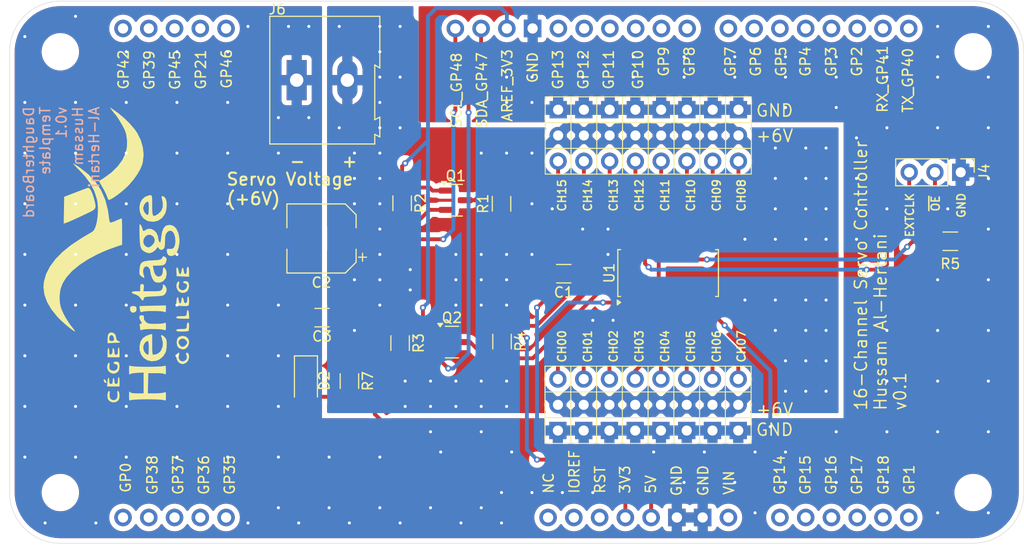
<source format=kicad_pcb>
(kicad_pcb (version 20240108) (generator "pcbnew") (generator_version "8.0")
  (layers (0 "F.Cu" signal) (31 "B.Cu" signal) (34 "B.Paste" user) (35 "F.Paste" user) (36 "B.SilkS" user "B.Silkscreen") (37 "F.SilkS" user "F.Silkscreen") (38 "B.Mask" user) (39 "F.Mask" user) (44 "Edge.Cuts" user))
  (net 0 "")
  (net 1 "+5V")
  (net 2 "GND")
  (net 3 "+6V")
  (net 4 "Net-(D2-A)")
  (net 13 "SDA_3V3")
  (net 21 "+3V3")
  (net 41 "SCL_3V3")
  (net 42 "LED11")
  (net 43 "LED10")
  (net 44 "LED12")
  (net 45 "LED08")
  (net 46 "LED13")
  (net 47 "LED09")
  (net 48 "LED14")
  (net 49 "LED15")
  (net 50 "LED02")
  (net 51 "LED06")
  (net 52 "LED07")
  (net 53 "LED01")
  (net 54 "LED03")
  (net 55 "LED00")
  (net 56 "LED04")
  (net 57 "LED05")
  (net 58 "Net-(J4-Pin_3)")
  (net 59 "Net-(J4-Pin_2)")
  (net 60 "SCL_5V")
  (net 61 "SDA_5V")
  (footprint "Package_SO:TSSOP-28_4.4x9.7mm_P0.65mm" (layer "F.Cu") (at 148.425 99.3375 90)
    (property "Reference" "U1")
    (property "Value" "PCA9685PW")
  )
  (footprint "Capacitor_SMD:C_1206_3216Metric_Pad1.33x1.80mm_HandSolder" (layer "F.Cu") (at 114.3 103.7375 180)
    (property "Reference" "C3")
    (property "Value" "1u")
  )
  (footprint "logos:heritage-logo" (layer "F.Cu") (at 94 98 90)
    (property "Reference" "G***" (hide yes))
    (property "Value" "LOGO" (hide yes))
  )
  (footprint "Resistor_SMD:R_1206_3216Metric_Pad1.30x1.75mm_HandSolder" (layer "F.Cu") (at 132 92.5 90)
    (property "Reference" "R1")
    (property "Value" "10k")
  )
  (footprint "myparts:DaughterBoardTemplate" (layer "F.Cu") (at 132.78 100.854)
    (property "Reference" "J1" (hide yes))
    (property "Value" "DaughterBoard" (hide yes))
    (fp_line (start -49.28 20.146) (end -49.28 -23.354) (stroke (width 0.05)) (layer "Edge.Cuts"))
    (fp_line (start -44.28 -28.354) (end 45.72 -28.354) (stroke (width 0.05)) (layer "Edge.Cuts"))
    (fp_line (start 45.72 25.146) (end -44.28 25.146) (stroke (width 0.05)) (layer "Edge.Cuts"))
    (fp_line (start 50.72 -23.354) (end 50.72 20.146) (stroke (width 0.05)) (layer "Edge.Cuts"))
    (fp_arc (start -49.28 -23.354) (mid -47.815534 -26.889534) (end -44.28 -28.354) (stroke (width 0.05)) (layer "Edge.Cuts"))
    (fp_arc (start -44.28 25.146) (mid -47.815534 23.681534) (end -49.28 20.146) (stroke (width 0.05)) (layer "Edge.Cuts"))
    (fp_arc (start 45.72 -28.354) (mid 49.255534 -26.889534) (end 50.72 -23.354) (stroke (width 0.05)) (layer "Edge.Cuts"))
    (fp_arc (start 50.72 20.146) (mid 49.255534 23.681534) (end 45.72 25.146) (stroke (width 0.05)) (layer "Edge.Cuts"))
  )
  (footprint "Resistor_SMD:R_1206_3216Metric_Pad1.30x1.75mm_HandSolder" (layer "F.Cu") (at 122 106.25 -90)
    (property "Reference" "R3")
    (property "Value" "10k")
  )
  (footprint "LED_SMD:LED_1206_3216Metric_Pad1.42x1.75mm_HandSolder" (layer "F.Cu") (at 112.715 109.9725 -90)
    (property "Reference" "D2")
    (property "Value" "LED")
  )
  (footprint "Resistor_SMD:R_1206_3216Metric_Pad1.30x1.75mm_HandSolder" (layer "F.Cu") (at 132.05 106.1 -90)
    (property "Reference" "R4")
    (property "Value" "10k")
  )
  (footprint "Package_TO_SOT_SMD:SOT-23" (layer "F.Cu") (at 127.4875 92.15)
    (property "Reference" "Q1")
    (property "Value" "BSS138")
  )
  (footprint "myparts:8ServoConnect" (layer "F.Cu") (at 155.34 114.88 -90)
    (property "Reference" "J3" (hide yes))
    (property "Value" "8ServoConnectSym")
  )
  (footprint "Resistor_SMD:R_1206_3216Metric_Pad1.30x1.75mm_HandSolder" (layer "F.Cu") (at 122.2 92.45 -90)
    (property "Reference" "R2")
    (property "Value" "10k")
  )
  (footprint "Capacitor_SMD:CP_Elec_6.3x7.7" (layer "F.Cu") (at 114.25 95.925 180)
    (property "Reference" "C2")
    (property "Value" "100u")
  )
  (footprint "myparts:8ServoConnect" (layer "F.Cu") (at 137.58 83.22 90)
    (property "Reference" "J2" (hide yes))
    (property "Value" "8ServoConnectSym")
  )
  (footprint "Resistor_SMD:R_1206_3216Metric_Pad1.30x1.75mm_HandSolder" (layer "F.Cu") (at 176.25 96.2)
    (property "Reference" "R5")
    (property "Value" "10k")
  )
  (footprint "Resistor_SMD:R_1206_3216Metric_Pad1.30x1.75mm_HandSolder" (layer "F.Cu") (at 117 110 -90)
    (property "Reference" "R7")
    (property "Value" "470")
  )
  (footprint "Capacitor_SMD:C_1206_3216Metric_Pad1.33x1.80mm_HandSolder" (layer "F.Cu") (at 138.1375 99.4 180)
    (property "Reference" "C1")
    (property "Value" "0.1u")
  )
  (footprint "Package_TO_SOT_SMD:SOT-23" (layer "F.Cu") (at 127.1125 106.15)
    (property "Reference" "Q2")
    (property "Value" "BSS138")
  )
  (footprint "Connector_PinHeader_2.54mm:PinHeader_1x03_P2.54mm_Vertical" (layer "F.Cu") (at 177.275 89.395 -90)
    (property "Reference" "J4")
    (property "Value" "Conn_01x03")
  )
  (footprint "TerminalBlock:TerminalBlock_Altech_AK300-2_P5.00mm" (layer "F.Cu") (at 111.8 80.3)
    (property "Reference" "J6")
    (property "Value" "Screw_Terminal_01x02")
  )
  (gr_text "CH13" (at 143.51 93.345 90) (layer "F.SilkS") (effects (font (size 0.8 0.8)) (justify left bottom)))
  (gr_text "EXTCLK" (at 172.72 95.885 90) (layer "F.SilkS") (effects (font (size 0.8 0.8)) (justify left bottom)))
  (gr_text "GND" (at 157 115.5 0) (layer "F.SilkS") (effects (font (size 1.2 1.2)) (justify left bottom)))
  (gr_text "CH11" (at 148.59 93.345 90) (layer "F.SilkS") (effects (font (size 0.8 0.8)) (justify left bottom)))
  (gr_text "CH12" (at 146.05 93.345 90) (layer "F.SilkS") (effects (font (size 0.8 0.8)) (justify left bottom)))
  (gr_text "CH06" (at 153.67 108.248821 90) (layer "F.SilkS") (effects (font (size 0.8 0.8)) (justify left bottom)))
  (gr_text "CH03" (at 146.05 108.248821 90) (layer "F.SilkS") (effects (font (size 0.8 0.8)) (justify left bottom)))
  (gr_text "CH00" (at 138.43 108.248821 90) (layer "F.SilkS") (effects (font (size 0.8 0.8)) (justify left bottom)))
  (gr_text "GP21" (at 102.935 81.31 90) (layer "F.SilkS") (effects (font (size 1 1)) (justify left bottom)))
  (gr_text "CH10" (at 151.13 93.345 90) (layer "F.SilkS") (effects (font (size 0.8 0.8)) (justify left bottom)))
  (gr_text "~{OE}" (at 175.26 93.345 90) (layer "F.SilkS") (effects (font (size 0.8 0.8)) (justify left bottom)))
  (gr_text "16-Channel Servo Controller\nHussam Al-Hertani\nv0.1" (at 172 113 90) (layer "F.SilkS") (effects (font (size 1.2 1.2)) (justify left bottom)))
  (gr_text "GND" (at 157 84 0) (layer "F.SilkS") (effects (font (size 1.2 1.2)) (justify left bottom)))
  (gr_text "CH14" (at 140.97 93.345 90) (layer "F.SilkS") (effects (font (size 0.8 0.8)) (justify left bottom)))
  (gr_text "CH15" (at 138.43 93.345 90) (layer "F.SilkS") (effects (font (size 0.8 0.8)) (justify left bottom)))
  (gr_text "CH08" (at 156.118321 93.345 90) (layer "F.SilkS") (effects (font (size 0.8 0.8)) (justify left bottom)))
  (gr_text "GND" (at 177.8 93.98 90) (layer "F.SilkS") (effects (font (size 0.8 0.8)) (justify left bottom)))
  (gr_text "+6V" (at 157 86.5 0) (layer "F.SilkS") (effects (font (size 1.2 1.2)) (justify left bottom)))
  (gr_text "CH04" (at 148.59 108.248821 90) (layer "F.SilkS") (effects (font (size 0.8 0.8)) (justify left bottom)))
  (gr_text "CH01" (at 140.97 108.248821 90) (layer "F.SilkS") (effects (font (size 0.8 0.8)) (justify left bottom)))
  (gr_text "CH09" (at 153.67 93.345 90) (layer "F.SilkS") (effects (font (size 0.8 0.8)) (justify left bottom)))
  (gr_text "CH05" (at 151.13 108.248821 90) (layer "F.SilkS") (effects (font (size 0.8 0.8)) (justify left bottom)))
  (gr_text "CH07" (at 156.118321 108.248821 90) (layer "F.SilkS") (effects (font (size 0.8 0.8)) (justify left bottom)))
  (gr_text "+6V" (at 157 113.5 0) (layer "F.SilkS") (effects (font (size 1.2 1.2)) (justify left bottom)))
  (gr_text "-    +" (at 111 89 0) (layer "F.SilkS") (effects (font (size 1.2 1.2) (thickness 0.2) (bold yes)) (justify left bottom)))
  (gr_text "CH02" (at 143.51 108.248821 90) (layer "F.SilkS") (effects (font (size 0.8 0.8)) (justify left bottom)))
  (gr_text "Servo Voltage\n(+6V)" (at 104.775 92.71 0) (layer "F.SilkS") (effects (font (size 1.2 1.2) (thickness 0.2) (bold yes)) (justify left bottom)))
  (segment (start 135.8 94.05) (end 132 94.05) (width 0.381) (layer "F.Cu") (net 1))
  (segment (start 146.75 119.75) (end 146.75 123.46) (width 0.381) (layer "F.Cu") (net 1))
  (segment (start 144.75 117.75) (end 146.75 119.75) (width 0.381) (layer "F.Cu") (net 1))
  (segment (start 144.2 97.8) (end 142.6 99.4) (width 0.381) (layer "F.Cu") (net 1))
  (segment (start 142.6 99.4) (end 139.7 99.4) (width 0.381) (layer "F.Cu") (net 1))
  (segment (start 135.45 104.55) (end 132.05 104.55) (width 0.381) (layer "F.Cu") (net 1))
  (segment (start 133.3 104.55) (end 134.5 105.75) (width 0.381) (layer "F.Cu") (net 1))
  (segment (start 135.5 117.75) (end 144.75 117.75) (width 0.381) (layer "F.Cu") (net 1))
  (segment (start 139.7 99.4) (end 139.7 100.3) (width 0.381) (layer "F.Cu") (net 1))
  (segment (start 132.05 104.55) (end 133.3 104.55) (width 0.381) (layer "F.Cu") (net 1))
  (segment (start 139.7 99.4) (end 139.7 97.95) (width 0.381) (layer "F.Cu") (net 1))
  (segment (start 139.7 97.95) (end 135.8 94.05) (width 0.381) (layer "F.Cu") (net 1))
  (segment (start 139.7 100.3) (end 135.45 104.55) (width 0.381) (layer "F.Cu") (net 1))
  (segment (start 144.2 96.475) (end 144.2 97.8) (width 0.381) (layer "F.Cu") (net 1))
  (via (at 134.5 105.75) (size 0.6) (drill 0.3) (layers "F.Cu" "B.Cu") (net 1))
  (via (at 135.5 117.75) (size 0.6) (drill 0.3) (layers "F.Cu" "B.Cu") (net 1))
  (segment (start 134.5 116.75) (end 135.5 117.75) (width 0.381) (layer "B.Cu") (net 1))
  (segment (start 134.5 105.75) (end 134.5 116.75) (width 0.381) (layer "B.Cu") (net 1))
  (segment (start 154 104.5) (end 153 103.5) (width 0.381) (layer "F.Cu") (net 2))
  (segment (start 146.8 96.475) (end 146.8 97.430602) (width 0.381) (layer "F.Cu") (net 2))
  (segment (start 158.12 114.88) (end 158.5 114.5) (width 0.381) (layer "F.Cu") (net 2))
  (segment (start 146.8 102.2) (end 146.8 101.2) (width 0.381) (layer "F.Cu") (net 2))
  (segment (start 136.575 101.675) (end 135.5 102.75) (width 0.381) (layer "F.Cu") (net 2))
  (segment (start 146.8 101.2) (end 147.25 100.75) (width 0.381) (layer "F.Cu") (net 2))
  (segment (start 136.575 99.4) (end 136.575 101.675) (width 0.381) (layer "F.Cu") (net 2))
  (segment (start 153 103.5) (end 152.75 103.5) (width 0.381) (layer "F.Cu") (net 2))
  (segment (start 147.25 100.75) (end 152.25 100.75) (width 0.381) (layer "F.Cu") (net 2))
  (segment (start 146.8 102.2) (end 146.15 102.2) (width 0.381) (layer "F.Cu") (net 2))
  (segment (start 144.85 102.2) (end 144.2 102.2) (width 0.381) (layer "F.Cu") (net 2))
  (segment (start 145.5 102.2) (end 144.85 102.2) (width 0.381) (layer "F.Cu") (net 2))
  (segment (start 142 102.25) (end 144.15 102.25) (width 0.381) (layer "F.Cu") (net 2))
  (segment (start 146.15 102.2) (end 145.5 102.2) (width 0.381) (layer "F.Cu") (net 2))
  (segment (start 147.5 98.130602) (end 147.5 100.5) (width 0.381) (layer "F.Cu") (net 2))
  (segment (start 144.15 102.25) (end 144.2 102.2) (width 0.381) (layer "F.Cu") (net 2))
  (segment (start 147.5 100.5) (end 147.25 100.75) (width 0.381) (layer "F.Cu") (net 2))
  (segment (start 152.25 100.75) (end 152.65 101.15) (width 0.381) (layer "F.Cu") (net 2))
  (segment (start 152.75 102.3) (end 152.65 102.2) (width 0.381) (layer "F.Cu") (net 2))
  (segment (start 152.75 103.5) (end 152.75 102.3) (width 0.381) (layer "F.Cu") (net 2))
  (segment (start 155.34 114.88) (end 158.12 114.88) (width 0.381) (layer "F.Cu") (net 2))
  (segment (start 146.8 97.430602) (end 147.5 98.130602) (width 0.381) (layer "F.Cu") (net 2))
  (segment (start 152.65 101.15) (end 152.65 102.2) (width 0.381) (layer "F.Cu") (net 2))
  (via (at 167 86) (size 0.6) (drill 0.3) (layers "F.Cu" "B.Cu") (net 2))
  (via (at 105 92.5) (size 0.6) (drill 0.3) (layers "F.Cu" "B.Cu") (net 2))
  (via (at 85 102.5) (size 0.6) (drill 0.3) (layers "F.Cu" "B.Cu") (net 2))
  (via (at 165 78) (size 0.6) (drill 0.3) (layers "F.Cu" "B.Cu") (net 2))
  (via (at 85 87.5) (size 0.6) (drill 0.3) (layers "F.Cu" "B.Cu") (net 2))
  (via (at 167 90) (size 0.6) (drill 0.3) (layers "F.Cu" "B.Cu") (net 2))
  (via (at 95 117.5) (size 0.6) (drill 0.3) (layers "F.Cu" "B.Cu") (net 2))
  (via (at 115 122.5) (size 0.6) (drill 0.3) (layers "F.Cu" "B.Cu") (net 2))
  (via (at 110 107.5) (size 0.6) (drill 0.3) (layers "F.Cu" "B.Cu") (net 2))
  (via (at 130 115) (size 0.6) (drill 0.3) (layers "F.Cu" "B.Cu") (net 2))
  (via (at 111 75) (size 0.6) (drill 0.3) (layers "F.Cu" "B.Cu") (net 2))
  (via (at 95 92.5) (size 0.6) (drill 0.3) (layers "F.Cu" "B.Cu") (net 2))
  (via (at 85 97.5) (size 0.6) (drill 0.3) (layers "F.Cu" "B.Cu") (net 2))
  (via (at 90 97.5) (size 0.6) (drill 0.3) (layers "F.Cu" "B.Cu") (net 2))
  (via (at 105 107.5) (size 0.6) (drill 0.3) (layers "F.Cu" "B.Cu") (net 2))
  (via (at 110 117.5) (size 0.6) (drill 0.3) (layers "F.Cu" "B.Cu") (net 2))
  (via (at 100 102.5) (size 0.6) (drill 0.3) (layers "F.Cu" "B.Cu") (net 2))
  (via (at 105 82.5) (size 0.6) (drill 0.3) (layers "F.Cu" "B.Cu") (net 2))
  (via (at 180 75) (size 0.6) (drill 0.3) (layers "F.Cu" "B.Cu") (net 2))
  (via (at 150 80) (size 0.6) (drill 0.3) (layers "F.Cu" "B.Cu") (net 2))
  (via (at 160 80) (size 0.6) (drill 0.3) (layers "F.Cu" "B.Cu") (net 2))
  (via (at 175 123) (size 0.6) (drill 0.3) (layers "F.Cu" "B.Cu") (net 2))
  (via (at 110 112.5) (size 0.6) (drill 0.3) (layers "F.Cu" "B.Cu") (net 2))
  (via (at 105 87.5) (size 0.6) (drill 0.3) (layers "F.Cu" "B.Cu") (net 2))
  (via (at 175 85) (size 0.6) (drill 0.3) (layers "F.Cu" "B.Cu") (net 2))
  (via (at 141 121) (size 0.6) (drill 0.3) (layers "F.Cu" "B.Cu") (net 2))
  (via (at 115 117.5) (size 0.6) (drill 0.3) (layers "F.Cu" "B.Cu") (net 2))
  (via (at 90 107.5) (size 0.6) (drill 0.3) (layers "F.Cu" "B.Cu") (net 2))
  (via (at 170 93) (size 0.6) (drill 0.3) (layers "F.Cu" "B.Cu") (net 2))
  (via (at 120 122.5) (size 0.6) (drill 0.3) (layers "F.Cu" "B.Cu") (net 2))
  (via (at 142 102.25) (size 0.6) (drill 0.3) (layers "F.Cu" "B.Cu") (net 2))
  (via (at 95 107.5) (size 0.6) (drill 0.3) (layers "F.Cu" "B.Cu") (net 2))
  (via (at 128 124) (size 0.6) (drill 0.3) (layers "F.Cu" "B.Cu") (net 2))
  (via (at 135 82.5) (size 0.6) (drill 0.3) (layers "F.Cu" "B.Cu") (net 2))
  (via (at 155 78) (size 0.6) (drill 0.3) (layers "F.Cu" "B.Cu") (net 2))
  (via (at 150 120) (size 0.6) (drill 0.3) (layers "F.Cu" "B.Cu") (net 2))
  (via (at 180 95) (size 0.6) (drill 0.3) (layers "F.Cu" "B.Cu") (net 2))
  (via (at 180 110) (size 0.6) (drill 0.3) (layers "F.Cu" "B.Cu") (net 2))
  (via (at 117 124) (size 0.6) (drill 0.3) (layers "F.Cu" "B.Cu") (net 2))
  (via (at 100 82.5) (size 0.6) (drill 0.3) (layers "F.Cu" "B.Cu") (net 2))
  (via (at 95 97.5) (size 0.6) (drill 0.3) (layers "F.Cu" "B.Cu") (net 2))
  (via (at 165 120) (size 0.6) (drill 0.3) (layers "F.Cu" "B.Cu") (net 2))
  (via (at 175 80) (size 0.6) (drill 0.3) (layers "F.Cu" "B.Cu") (net 2))
  (via (at 126 117) (size 0.6) (drill 0.3) (layers "F.Cu" "B.Cu") (net 2))
  (via (at 135 121) (size 0.6) (drill 0.3) (layers "F.Cu" "B.Cu") (net 2))
  (via (at 154 104.5) (size 0.6) (drill 0.3) (layers "F.Cu" "B.Cu") (net 2))
  (via (at 90 102.5) (size 0.6) (drill 0.3) (layers "F.Cu" "B.Cu") (net 2))
  (via (at 180 100) (size 0.6) (drill 0.3) (layers "F.Cu" "B.Cu") (net 2))
  (via (at 170 110) (size 0.6) (drill 0.3) (layers "F.Cu" "B.Cu") (net 2))
  (via (at 95 87.5) (size 0.6) (drill 0.3) (layers "F.Cu" "B.Cu") (net 2))
  (via (at 180 123) (size 0.6) (drill 0.3) (layers "F.Cu" "B.Cu") (net 2))
  (via (at 100 97.5) (size 0.6) (drill 0.3) (layers "F.Cu" "B.Cu") (net 2))
  (via (at 167 96) (size 0.6) (drill 0.3) (layers "F.Cu" "B.Cu") (net 2))
  (via (at 152 117) (size 0.6) (drill 0.3) (layers "F.Cu" "B.Cu") (net 2))
  (via (at 170 105) (size 0.6) (drill 0.3) (layers "F.Cu" "B.Cu") (net 2))
  (via (at 157 123) (size 0.6) (drill 0.3) (layers "F.Cu" "B.Cu") (net 2))
  (via (at 175 78) (size 0.6) (drill 0.3) (layers "F.Cu" "B.Cu") (net 2))
  (via (at 100 107.5) (size 0.6) (drill 0.3) (layers "F.Cu" "B.Cu") (net 2))
  (via (at 175 75) (size 0.6) (drill 0.3) (layers "F.Cu" "B.Cu") (net 2))
  (via (at 158.5 114.5) (size 0.6) (drill 0.3) (layers "F.Cu" "B.Cu") (net 2))
  (via (at 95 77.5) (size 0.6) (drill 0.3) (layers "F.Cu" "B.Cu") (net 2))
  (via (at 150 78) (size 0.6) (drill 0.3) (layers "F.Cu" "B.Cu") (net 2))
  (via (at 110 122.5) (size 0.6) (drill 0.3) (layers "F.Cu" "B.Cu") (net 2))
  (via (at 140 78) (size 0.6) (drill 0.3) (layers "F.Cu" "B.Cu") (net 2))
  (via (at 180 105) (size 0.6) (drill 0.3) (layers "F.Cu" "B.Cu") (net 2))
  (via (at 110 102.5) (size 0.6) (drill 0.3) (layers "F.Cu" "B.Cu") (net 2))
  (via (at 176 93) (size 0.6) (drill 0.3) (layers "F.Cu" "B.Cu") (net 2))
  (via (at 113 84) (size 0.6) (drill 0.3) (layers "F.Cu" "B.Cu") (net 2))
  (via (at 90 82.5) (size 0.6) (drill 0.3) (layers "F.Cu" "B.Cu") (net 2))
  (via (at 105 102.5) (size 0.6) (drill 0.3) (layers "F.Cu" "B.Cu") (net 2))
  (via (at 160 78) (size 0.6) (drill 0.3) (layers "F.Cu" "B.Cu") (net 2))
  (via (at 105 112.5) (size 0.6) (drill 0.3) (layers "F.Cu" "B.Cu") (net 2))
  (via (at 155 80) (size 0.6) (drill 0.3) (layers "F.Cu" "B.Cu") (net 2))
  (via (at 110 84) (size 0.6) (drill 0.3) (layers "F.Cu" "B.Cu") (net 2))
  (via (at 170 115) (size 0.6) (drill 0.3) (layers "F.Cu" "B.Cu") (net 2))
  (via (at 105 97.5) (size 0.6) (drill 0.3) (layers "F.Cu" "B.Cu") (net 2))
  (via (at 90 112.5) (size 0.6) (drill 0.3) (layers "F.Cu" "B.Cu") (net 2))
  (via (at 90 74) (size 0.6) (drill 0.3) (layers "F.Cu" "B.Cu") (net 2))
  (via (at 85 117.5) (size 0.6) (drill 0.3) (layers "F.Cu" "B.Cu") (net 2))
  (via (at 95 82.5) (size 0.6) (drill 0.3) (layers "F.Cu" "B.Cu") (net 2))
  (via (at 107 75) (size 0.6) (drill 0.3) (layers "F.Cu" "B.Cu") (net 2))
  (via (at 180 85) (size 0.6) (drill 0.3) (layers "F.Cu" "B.Cu") (net 2))
  (via (at 135 80) (size 0.6) (drill 0.3) (layers "F.Cu" "B.Cu") (net 2))
  (via (at 120 117.5) (size 0.6) (drill 0.3) (layers "F.Cu" "B.Cu") (net 2))
  (via (at 170 78) (size 0.6) (drill 0.3) (layers "F.Cu" "B.Cu") (net 2))
  (via (at 175 110) (size 0.6) (drill 0.3) (layers "F.Cu" "B.Cu") (net 2))
  (via (at 107 124) (size 0.6) (drill 0.3) (layers "F.Cu" "B.Cu") (net 2))
  (via (at 140 80) (size 0.6) (drill 0.3) (layers "F.Cu" "B.Cu") (net 2))
  (via (at 133 117) (size 0.6) (drill 0.3) (layers "F.Cu" "B.Cu") (net 2))
  (via (at 85 76) (size 0.6) (drill 0.3) (layers "F.Cu" "B.Cu") (net 2))
  (via (at 85 107.5) (size 0.6) (drill 0.3) (layers "F.Cu" "B.Cu") (net 2))
  (via (at 125 122.5) (size 0.6) (drill 0.3) (layers "F.Cu" "B.Cu") (net 2))
  (via (at 92 124) (size 0.6) (drill 0.3) (layers "F.Cu" "B.Cu") (net 2))
  (via (at 132 121) (size 0.6) (drill 0.3) (layers "F.Cu" "B.Cu") (net 2))
  (via (at 155 120) (size 0.6) (drill 0.3) (layers "F.Cu" "B.Cu") (net 2))
  (via (at 138 121) (size 0.6) (drill 0.3) (layers "F.Cu" "B.Cu") (net 2))
  (via (at 165 80) (size 0.6) (drill 0.3) (layers "F.Cu" "B.Cu") (net 2))
  (via (at 90 117.5) (size 0.6) (drill 0.3) (layers "F.Cu" "B.Cu") (net 2))
  (via (at 100 87.5) (size 0.6) (drill 0.3) (layers "F.Cu" "B.Cu") (net 2))
  (via (at 100 77.5) (size 0.6) (drill 0.3) (layers "F.Cu" "B.Cu") (net 2))
  (via (at 90 87.5) (size 0.6) (drill 0.3) (layers "F.Cu" "B.Cu") (net 2))
  (via (at 170 85) (size 0.6) (drill 0.3) (layers "F.Cu" "B.Cu") (net 2))
  (via (at 85 92.5) (size 0.6) (drill 0.3) (layers "F.Cu" "B.Cu") (net 2))
  (via (at 132.5 82.5) (size 0.6) (drill 0.3) (layers "F.Cu" "B.Cu") (net 2))
  (via (at 157 117) (size 0.6) (drill 0.3) (layers "F.Cu" "B.Cu") (net 2))
  (via (at 165 83) (size 0.6) (drill 0.3) (layers "F.Cu" "B.Cu") (net 2))
  (via (at 87 124) (size 0.6) (drill 0.3) (layers "F.Cu" "B.Cu") (net 2))
  (via (at 180 90) (size 0.6) (drill 0.3) (layers "F.Cu" "B.Cu") (net 2))
  (via (at 175 115) (size 0.6) (drill 0.3) (layers "F.Cu" "B.Cu") (net 2))
  (via (at 167 93) (size 0.6) (drill 0.3) (layers "F.Cu" "B.Cu") (net 2))
  (via (at 110 87.5) (size 0.6) (drill 0.3) (layers "F.Cu" "B.Cu") (net 2))
  (via (at 165 115) (size 0.6) (drill 0.3) (layers "F.Cu" "B.Cu") (net 2))
  (via (at 160 117) (size 0.6) (drill 0.3) (layers "F.Cu" "B.Cu") (net 2))
  (via (at 145 80) (size 0.6) (drill 0.3) (layers "F.Cu" "B.Cu") (net 2))
  (via (at 160 120) (size 0.6) (drill 0.3) (layers "F.Cu" "B.Cu") (net 2))
  (via (at 170 120) (size 0.6) (drill 0.3) (layers "F.Cu" "B.Cu") (net 2))
  (via (at 147 117) (size 0.6) (drill 0.3) (layers "F.Cu" "B.Cu") (net 2))
  (via (at 125 115) (size 0.6) (drill 0.3) (layers "F.Cu" "B.Cu") (net 2))
  (via (at 100 117.5) (size 0.6) (drill 0.3) (layers "F.Cu" "B.Cu") (net 2))
  (via (at 85 82.5) (size 0.6) (drill 0.3) (layers "F.Cu" "B.Cu") (net 2))
  (via (at 95 102.5) (size 0.6) (drill 0.3) (layers "F.Cu" "B.Cu") (net 2))
  (via (at 132.5 80) (size 0.6) (drill 0.3) (layers "F.Cu" "B.Cu") (net 2))
  (via (at 100 112.5) (size 0.6) (drill 0.3) (layers "F.Cu" "B.Cu") (net 2))
  (via (at 95 112.5) (size 0.6) (drill 0.3) (layers "F.Cu" "B.Cu") (net 2))
  (via (at 180 80) (size 0.6) (drill 0.3) (layers "F.Cu" "B.Cu") (net 2))
  (via (at 170 80) (size 0.6) (drill 0.3) (layers "F.Cu" "B.Cu") (net 2))
  (via (at 180 115) (size 0.6) (drill 0.3) (layers "F.Cu" "B.Cu") (net 2))
  (via (at 100 92.5) (size 0.6) (drill 0.3) (layers "F.Cu" "B.Cu") (net 2))
  (via (at 135.5 102.75) (size 0.6) (drill 0.3) (layers "F.Cu" "B.Cu") (net 2))
  (via (at 112 124) (size 0.6) (drill 0.3) (layers "F.Cu" "B.Cu") (net 2))
  (via (at 122 124) (size 0.6) (drill 0.3) (layers "F.Cu" "B.Cu") (net 2))
  (via (at 105 77.5) (size 0.6) (drill 0.3) (layers "F.Cu" "B.Cu") (net 2))
  (via (at 175 105) (size 0.6) (drill 0.3) (layers "F.Cu" "B.Cu") (net 2))
  (via (at 85 112.5) (size 0.6) (drill 0.3) (layers "F.Cu" "B.Cu") (net 2))
  (via (at 130 122.5) (size 0.6) (drill 0.3) (layers "F.Cu" "B.Cu") (net 2))
  (via (at 105 117.5) (size 0.6) (drill 0.3) (layers "F.Cu" "B.Cu") (net 2))
  (via (at 160 83) (size 0.6) (drill 0.3) (layers "F.Cu" "B.Cu") (net 2))
  (via (at 113 75) (size 0.6) (drill 0.3) (layers "F.Cu" "B.Cu") (net 2))
  (via (at 145 78) (size 0.6) (drill 0.3) (layers "F.Cu" "B.Cu") (net 2))
  (via (at 175 100) (size 0.6) (drill 0.3) (layers "F.Cu" "B.Cu") (net 2))
  (via (at 90 92.5) (size 0.6) (drill 0.3) (layers "F.Cu" "B.Cu") (net 2))
  (via (at 132 124) (size 0.6) (drill 0.3) (layers "F.Cu" "B.Cu") (net 2))
  (segment (start 135.5 105.25) (end 135.5 114) (width 0.381) (layer "B.Cu") (net 2))
  (segment (start 138.5 102.25) (end 142 102.25) (width 0.381) (layer "B.Cu") (net 2))
  (segment (start 158.5 114.5) (end 158.5 109) (width 0.381) (layer "B.Cu") (net 2))
  (segment (start 135.5 114) (end 136.38 114.88) (width 0.381) (layer "B.Cu") (net 2))
  (segment (start 158.5 109) (end 154 104.5) (width 0.381) (layer "B.Cu") (net 2))
  (segment (start 136.38 114.88) (end 137.56 114.88) (width 0.381) (layer "B.Cu") (net 2))
  (segment (start 135.5 102.75) (end 135.5 105.25) (width 0.381) (layer "B.Cu") (net 2))
  (segment (start 135.5 105.25) (end 138.5 102.25) (width 0.381) (layer "B.Cu") (net 2))
  (via (at 132.5 100) (size 0.6) (drill 0.3) (layers "F.Cu" "B.Cu") (net 3))
  (via (at 135 92.5) (size 0.6) (drill 0.3) (layers "F.Cu" "B.Cu") (net 3))
  (via (at 120 102.5) (size 0.6) (drill 0.3) (layers "F.Cu" "B.Cu") (net 3))
  (via (at 164 90) (size 0.6) (drill 0.3) (layers "F.Cu" "B.Cu") (net 3))
  (via (at 117.5 100) (size 0.6) (drill 0.3) (layers "F.Cu" "B.Cu") (net 3))
  (via (at 162 90) (size 0.6) (drill 0.3) (layers "F.Cu" "B.Cu") (net 3))
  (via (at 164 105) (size 0.6) (drill 0.3) (layers "F.Cu" "B.Cu") (net 3))
  (via (at 162 111) (size 0.6) (drill 0.3) (layers "F.Cu" "B.Cu") (net 3))
  (via (at 132.5 102.5) (size 0.6) (drill 0.3) (layers "F.Cu" "B.Cu") (net 3))
  (via (at 130 97.5) (size 0.6) (drill 0.3) (layers "F.Cu" "B.Cu") (net 3))
  (via (at 130 100) (size 0.6) (drill 0.3) (layers "F.Cu" "B.Cu") (net 3))
  (via (at 141 104) (size 0.6) (drill 0.3) (layers "F.Cu" "B.Cu") (net 3))
  (via (at 156 102) (size 0.6) (drill 0.3) (layers "F.Cu" "B.Cu") (net 3))
  (via (at 127.5 102.5) (size 0.6) (drill 0.3) (layers "F.Cu" "B.Cu") (net 3))
  (via (at 122 85) (size 0.6) (drill 0.3) (layers "F.Cu" "B.Cu") (net 3))
  (via (at 117.5 87.5) (size 0.6) (drill 0.3) (layers "F.Cu" "B.Cu") (net 3))
  (via (at 159 105) (size 0.6) (drill 0.3) (layers "F.Cu" "B.Cu") (net 3))
  (via (at 122 75) (size 0.6) (drill 0.3) (layers "F.Cu" "B.Cu") (net 3))
  (via (at 162 87) (size 0.6) (drill 0.3) (layers "F.Cu" "B.Cu") (net 3))
  (via (at 164 87) (size 0.6) (drill 0.3) (layers "F.Cu" "B.Cu") (net 3))
  (via (at 164 102) (size 0.6) (drill 0.3) (layers "F.Cu" "B.Cu") (net 3))
  (via (at 120 80) (size 0.6) (drill 0.3) (layers "F.Cu" "B.Cu") (net 3))
  (via (at 140 95) (size 0.6) (drill 0.3) (layers "F.Cu" "B.Cu") (net 3))
  (via (at 159 102) (size 0.6) (drill 0.3) (layers "F.Cu" "B.Cu") (net 3))
  (via (at 164 93) (size 0.6) (drill 0.3) (layers "F.Cu" "B.Cu") (net 3))
  (via (at 120 77.5) (size 0.6) (drill 0.3) (layers "F.Cu" "B.Cu") (net 3))
  (via (at 116 75) (size 0.6) (drill 0.3) (layers "F.Cu" "B.Cu") (net 3))
  (via (at 135 87.5) (size 0.6) (drill 0.3) (layers "F.Cu" "B.Cu") (net 3))
  (via (at 120 75) (size 0.6) (drill 0.3) (layers "F.Cu" "B.Cu") (net 3))
  (via (at 127.5 97.5) (size 0.6) (drill 0.3) (layers "F.Cu" "B.Cu") (net 3))
  (via (at 142.5 97.5) (size 0.6) (drill 0.3) (layers "F.Cu" "B.Cu") (net 3))
  (via (at 164 96) (size 0.6) (drill 0.3) (layers "F.Cu" "B.Cu") (net 3))
  (via (at 120 90) (size 0.6) (drill 0.3) (layers "F.Cu" "B.Cu") (net 3))
  (via (at 120 87.5) (size 0.6) (drill 0.3) (layers "F.Cu" "B.Cu") (net 3))
  (via (at 162 96) (size 0.6) (drill 0.3) (layers "F.Cu" "B.Cu") (net 3))
  (via (at 159 93) (size 0.6) (drill 0.3) (layers "F.Cu" "B.Cu") (net 3))
  (via (at 120 92.5) (size 0.6) (drill 0.3) (layers "F.Cu" "B.Cu") (net 3))
  (via (at 130 102.5) (size 0.6) (drill 0.3) (layers "F.Cu" "B.Cu") (net 3))
  (via (at 117.5 90) (size 0.6) (drill 0.3) (layers "F.Cu" "B.Cu") (net 3))
  (via (at 162 102) (size 0.6) (drill 0.3) (layers "F.Cu" "B.Cu") (net 3))
  (via (at 122.5 110) (size 0.6) (drill 0.3) (layers "F.Cu" "B.Cu") (net 3))
  (via (at 127.5 110) (size 0.6) (drill 0.3) (layers "F.Cu" "B.Cu") (net 3))
  (via (at 125 110) (size 0.6) (drill 0.3) (layers "F.Cu" "B.Cu") (net 3))
  (via (at 120 82.5) (size 0.6) (drill 0.3) (layers "F.Cu" "B.Cu") (net 3))
  (via (at 120 95) (size 0.6) (drill 0.3) (layers "F.Cu" "B.Cu") (net 3))
  (via (at 137 93) (size 0.6) (drill 0.3) (layers "F.Cu" "B.Cu") (net 3))
  (via (at 116 85) (size 0.6) (drill 0.3) (layers "F.Cu" "B.Cu") (net 3))
  (via (at 159 87) (size 0.6) (drill 0.3) (layers "F.Cu" "B.Cu") (net 3))
  (via (at 142.5 95) (size 0.6) (drill 0.3) (layers "F.Cu" "B.Cu") (net 3))
  (via (at 120 97.5) (size 0.6) (drill 0.3) (layers "F.Cu" "B.Cu") (net 3))
  (via (at 164 108) (size 0.6) (drill 0.3) (layers "F.Cu" "B.Cu") (net 3))
  (via (at 122.5 112.5) (size 0.6) (drill 0.3) (layers "F.Cu" "B.Cu") (net 3))
  (via (at 132.5 112.5) (size 0.6) (drill 0.3) (layers "F.Cu" "B.Cu") (net 3))
  (via (at 117.5 92.5) (size 0.6) (drill 0.3) (layers "F.Cu" "B.Cu") (net 3))
  (via (at 160 111) (size 0.6) (drill 0.3) (layers "F.Cu" "B.Cu") (net 3))
  (via (at 123 99) (size 0.6) (drill 0.3) (layers "F.Cu" "B.Cu") (net 3))
  (via (at 120 85) (size 0.6) (drill 0.3) (layers "F.Cu" "B.Cu") (net 3))
  (via (at 117.5 105) (size 0.6) (drill 0.3) (layers "F.Cu" "B.Cu") (net 3))
  (via (at 162 108) (size 0.6) (drill 0.3) (layers "F.Cu" "B.Cu") (net 3))
  (via (at 132.5 110) (size 0.6) (drill 0.3) (layers "F.Cu" "B.Cu") (net 3))
  (via (at 162 105) (size 0.6) (drill 0.3) (layers "F.Cu" "B.Cu") (net 3))
  (via (at 123 101) (size 0.6) (drill 0.3) (layers "F.Cu" "B.Cu") (net 3))
  (via (at 159 96) (size 0.6) (drill 0.3) (layers "F.Cu" "B.Cu") (net 3))
  (via (at 135 97.5) (size 0.6) (drill 0.3) (layers "F.Cu" "B.Cu") (net 3))
  (via (at 127.5 112.5) (size 0.6) (drill 0.3) (layers "F.Cu" "B.Cu") (net 3))
  (via (at 130 110) (size 0.6) (drill 0.3) (layers "F.Cu" "B.Cu") (net 3))
  (via (at 160 108) (size 0.6) (drill 0.3) (layers "F.Cu" "B.Cu") (net 3))
  (via (at 122 80) (size 0.6) (drill 0.3) (layers "F.Cu" "B.Cu") (net 3))
  (via (at 162 93) (size 0.6) (drill 0.3) (layers "F.Cu" "B.Cu") (net 3))
  (via (at 127.5 100) (size 0.6) (drill 0.3) (layers "F.Cu" "B.Cu") (net 3))
  (via (at 143 104) (size 0.6) (drill 0.3) (layers "F.Cu" "B.Cu") (net 3))
  (via (at 156 96) (size 0.6) (drill 0.3) (layers "F.Cu" "B.Cu") (net 3))
  (via (at 132.5 97.5) (size 0.6) (drill 0.3) (layers "F.Cu" "B.Cu") (net 3))
  (via (at 120 100) (size 0.6) (drill 0.3) (layers "F.Cu" "B.Cu") (net 3))
  (via (at 130 87.5) (size 0.6) (drill 0.3) (layers "F.Cu" "B.Cu") (net 3))
  (via (at 132.5 87.5) (size 0.6) (drill 0.3) (layers "F.Cu" "B.Cu") (net 3))
  (via (at 164 111) (size 0.6) (drill 0.3) (layers "F.Cu" "B.Cu") (net 3))
  (via (at 159 90) (size 0.6) (drill 0.3) (layers "F.Cu" "B.Cu") (net 3))
  (via (at 130 112.5) (size 0.6) (drill 0.3) (layers "F.Cu" "B.Cu") (net 3))
  (via (at 125 112.5) (size 0.6) (drill 0.3) (layers "F.Cu" "B.Cu") (net 3))
  (segment (start 112.805 111.55) (end 112.715 111.46) (width 0.381) (layer "F.Cu") (net 4))
  (segment (start 117 111.55) (end 112.805 111.55) (width 0.381) (layer "F.Cu") (net 4))
  (segment (start 126.175 107.1) (end 126.175 108.175) (width 0.381) (layer "F.Cu") (net 13))
  (segment (start 123.7 107.8) (end 122 107.8) (width 0.381) (layer "F.Cu") (net 13))
  (segment (start 128.75 79.5) (end 129.986 78.264) (width 0.381) (layer "F.Cu") (net 13))
  (segment (start 124.4 107.1) (end 123.7 107.8) (width 0.381) (layer "F.Cu") (net 13))
  (segment (start 129.986 78.264) (end 129.986 75.2) (width 0.381) (layer "F.Cu") (net 13))
  (segment (start 128.75 83.5) (end 128.75 79.5) (width 0.381) (layer "F.Cu") (net 13))
  (segment (start 126.175 108.175) (end 126.75 108.75) (width 0.381) (layer "F.Cu") (net 13))
  (segment (start 126.175 107.1) (end 124.4 107.1) (width 0.381) (layer "F.Cu") (net 13))
  (via (at 126.75 108.75) (size 0.6) (drill 0.3) (layers "F.Cu" "B.Cu") (net 13))
  (via (at 128.75 83.5) (size 0.6) (drill 0.3) (layers "F.Cu" "B.Cu") (net 13))
  (segment (start 126.75 108.75) (end 127.25 108.75) (width 0.381) (layer "B.Cu") (net 13))
  (segment (start 128.75 107.25) (end 128.75 83.5) (width 0.381) (layer "B.Cu") (net 13))
  (segment (start 127.25 108.75) (end 128.75 107.25) (width 0.381) (layer "B.Cu") (net 13))
  (segment (start 122.2 90.9) (end 122.2 88.8) (width 0.381) (layer "F.Cu") (net 21))
  (segment (start 122.2 88.8) (end 122.5 88.5) (width 0.381) (layer "F.Cu") (net 21))
  (segment (start 119.5 113.25) (end 119.5 105.75) (width 0.381) (layer "F.Cu") (net 21))
  (segment (start 125.75 119) (end 125.5 118.75) (width 0.381) (layer "F.Cu") (net 21))
  (segment (start 125.2 91.2) (end 124.9 90.9) (width 0.381) (layer "F.Cu") (net 21))
  (segment (start 120.55 104.7) (end 122 104.7) (width 0.381) (layer "F.Cu") (net 21))
  (segment (start 119.5 105.75) (end 120.55 104.7) (width 0.381) (layer "F.Cu") (net 21))
  (segment (start 125.5 118.75) (end 125 118.75) (width 0.381) (layer "F.Cu") (net 21))
  (segment (start 124.45 105.2) (end 123.95 104.7) (width 0.381) (layer "F.Cu") (net 21))
  (segment (start 142 119) (end 125.75 119) (width 0.381) (layer "F.Cu") (net 21))
  (segment (start 124.25 104.4) (end 123.95 104.7) (width 0.381) (layer "F.Cu") (net 21))
  (segment (start 124.9 90.9) (end 122.2 90.9) (width 0.381) (layer "F.Cu") (net 21))
  (segment (start 126.175 105.2) (end 124.45 105.2) (width 0.381) (layer "F.Cu") (net 21))
  (segment (start 144.21 123.46) (end 144.21 121.21) (width 0.381) (layer "F.Cu") (net 21))
  (segment (start 144.21 121.21) (end 142 119) (width 0.381) (layer "F.Cu") (net 21))
  (segment (start 125 118.75) (end 119.5 113.25) (width 0.381) (layer "F.Cu") (net 21))
  (segment (start 126.55 91.2) (end 125.2 91.2) (width 0.381) (layer "F.Cu") (net 21))
  (segment (start 124.25 102.75) (end 124.25 104.4) (width 0.381) (layer "F.Cu") (net 21))
  (segment (start 123.95 104.7) (end 122 104.7) (width 0.381) (layer "F.Cu") (net 21))
  (via (at 122.5 88.5) (size 0.6) (drill 0.3) (layers "F.Cu" "B.Cu") (net 21))
  (via (at 124.25 102.75) (size 0.6) (drill 0.3) (layers "F.Cu" "B.Cu") (net 21))
  (segment (start 124.75 102.25) (end 124.25 102.75) (width 0.381) (layer "B.Cu") (net 21))
  (segment (start 122.5 88.5) (end 124.75 86.25) (width 0.381) (layer "B.Cu") (net 21))
  (segment (start 125.5595 73.1905) (end 131.9405 73.1905) (width 0.381) (layer "B.Cu") (net 21))
  (segment (start 124.75 85.75) (end 124.75 74) (width 0.381) (layer "B.Cu") (net 21))
  (segment (start 124.75 85.75) (end 124.75 102.25) (width 0.381) (layer "B.Cu") (net 21))
  (segment (start 132.526 73.776) (end 132.526 75.2) (width 0.381) (layer "B.Cu") (net 21))
  (segment (start 124.75 86.25) (end 124.75 85.75) (width 0.381) (layer "B.Cu") (net 21))
  (segment (start 124.75 74) (end 125.5595 73.1905) (width 0.381) (layer "B.Cu") (net 21))
  (segment (start 131.9405 73.1905) (end 132.526 73.776) (width 0.381) (layer "B.Cu") (net 21))
  (segment (start 122.75 96) (end 122.2 95.45) (width 0.381) (layer "F.Cu") (net 41))
  (segment (start 126.25 96) (end 122.75 96) (width 0.381) (layer "F.Cu") (net 41))
  (segment (start 127.446 83.304) (end 127.25 83.5) (width 0.381) (layer "F.Cu") (net 41))
  (segment (start 124 94) (end 122.2 94) (width 0.381) (layer "F.Cu") (net 41))
  (segment (start 124.9 93.1) (end 124 94) (width 0.381) (layer "F.Cu") (net 41))
  (segment (start 126.55 93.1) (end 124.9 93.1) (width 0.381) (layer "F.Cu") (net 41))
  (segment (start 127.446 75.2) (end 127.446 83.304) (width 0.381) (layer "F.Cu") (net 41))
  (segment (start 122.2 95.45) (end 122.2 94) (width 0.381) (layer "F.Cu") (net 41))
  (via (at 126.25 96) (size 0.6) (drill 0.3) (layers "F.Cu" "B.Cu") (net 41))
  (via (at 127.25 83.5) (size 0.6) (drill 0.3) (layers "F.Cu" "B.Cu") (net 41))
  (segment (start 127.25 83.5) (end 127.25 95) (width 0.381) (layer "B.Cu") (net 41))
  (segment (start 127.25 95) (end 126.25 96) (width 0.381) (layer "B.Cu") (net 41))
  (segment (start 150.7 92.95) (end 147.74 89.99) (width 0.381) (layer "F.Cu") (net 42))
  (segment (start 150.7 96.475) (end 150.7 92.95) (width 0.381) (layer "F.Cu") (net 42))
  (segment (start 147.74 89.99) (end 147.74 88.3) (width 0.381) (layer "F.Cu") (net 42))
  (segment (start 150.28 90.78) (end 151.35 91.85) (width 0.381) (layer "F.Cu") (net 43))
  (segment (start 150.28 88.3) (end 150.28 90.78) (width 0.381) (layer "F.Cu") (net 43))
  (segment (start 151.35 91.85) (end 151.35 96.475) (width 0.381) (layer "F.Cu") (net 43))
  (segment (start 150.05 96.475) (end 150.05 94.55) (width 0.381) (layer "F.Cu") (net 44))
  (segment (start 150.05 94.55) (end 145.2 89.7) (width 0.381) (layer "F.Cu") (net 44))
  (segment (start 145.2 89.7) (end 145.2 88.3) (width 0.381) (layer "F.Cu") (net 44))
  (segment (start 152.65 94.6) (end 152.65 96.475) (width 0.381) (layer "F.Cu") (net 45))
  (segment (start 155.36 91.89) (end 152.65 94.6) (width 0.381) (layer "F.Cu") (net 45))
  (segment (start 155.36 88.3) (end 155.36 91.89) (width 0.381) (layer "F.Cu") (net 45))
  (segment (start 149.4 94.721658) (end 149.4 96.475) (width 0.381) (layer "F.Cu") (net 46))
  (segment (start 143.75 90.75) (end 145.428342 90.75) (width 0.381) (layer "F.Cu") (net 46))
  (segment (start 142.66 89.66) (end 143.75 90.75) (width 0.381) (layer "F.Cu") (net 46))
  (segment (start 145.428342 90.75) (end 149.4 94.721658) (width 0.381) (layer "F.Cu") (net 46))
  (segment (start 142.66 88.3) (end 142.66 89.66) (width 0.381) (layer "F.Cu") (net 46))
  (segment (start 152.82 88.3) (end 152.82 92.68) (width 0.381) (layer "F.Cu") (net 47))
  (segment (start 152 93.5) (end 152 96.475) (width 0.381) (layer "F.Cu") (net 47))
  (segment (start 152.82 92.68) (end 152 93.5) (width 0.381) (layer "F.Cu") (net 47))
  (segment (start 140.12 88.3) (end 140.12 89.87) (width 0.381) (layer "F.Cu") (net 48))
  (segment (start 141.75 91.5) (end 145.356684 91.5) (width 0.381) (layer "F.Cu") (net 48))
  (segment (start 148.75 94.893316) (end 148.75 96.475) (width 0.381) (layer "F.Cu") (net 48))
  (segment (start 145.356684 91.5) (end 148.75 94.893316) (width 0.381) (layer "F.Cu") (net 48))
  (segment (start 140.12 89.87) (end 141.75 91.5) (width 0.381) (layer "F.Cu") (net 48))
  (segment (start 140.25 92.25) (end 145.285026 92.25) (width 0.381) (layer "F.Cu") (net 49))
  (segment (start 145.285026 92.25) (end 148.1 95.064974) (width 0.381) (layer "F.Cu") (net 49))
  (segment (start 137.58 89.58) (end 140.25 92.25) (width 0.381) (layer "F.Cu") (net 49))
  (segment (start 148.1 95.064974) (end 148.1 96.475) (width 0.381) (layer "F.Cu") (net 49))
  (segment (start 137.58 88.3) (end 137.58 89.58) (width 0.381) (layer "F.Cu") (net 49))
  (segment (start 146 107.25) (end 143.25 107.25) (width 0.381) (layer "F.Cu") (net 50))
  (segment (start 143.25 107.25) (end 142.75 107.75) (width 0.381) (layer "F.Cu") (net 50))
  (segment (start 148.75 104.5) (end 146 107.25) (width 0.381) (layer "F.Cu") (net 50))
  (segment (start 142.75 107.75) (end 142.75 108.25) (width 0.381) (layer "F.Cu") (net 50))
  (segment (start 148.75 102.2) (end 148.75 104.5) (width 0.381) (layer "F.Cu") (net 50))
  (segment (start 142.64 108.36) (end 142.64 109.8) (width 0.381) (layer "F.Cu") (net 50))
  (segment (start 142.75 108.25) (end 142.64 108.36) (width 0.381) (layer "F.Cu") (net 50))
  (segment (start 151.35 105.1) (end 152.75 106.5) (width 0.381) (layer "F.Cu") (net 51))
  (segment (start 152.75 106.5) (end 152.75 107) (width 0.381) (layer "F.Cu") (net 51))
  (segment (start 152.75 107) (end 152.8 107.05) (width 0.381) (layer "F.Cu") (net 51))
  (segment (start 151.35 102.2) (end 151.35 105.1) (width 0.381) (layer "F.Cu") (net 51))
  (segment (start 152.8 107.05) (end 152.8 109.8) (width 0.381) (layer "F.Cu") (net 51))
  (segment (start 152 104.25) (end 155.34 107.59) (width 0.381) (layer "F.Cu") (net 52))
  (segment (start 155.34 107.59) (end 155.34 109.8) (width 0.381) (layer "F.Cu") (net 52))
  (segment (start 152 102.2) (end 152 104.25) (width 0.381) (layer "F.Cu") (net 52))
  (segment (start 140.1 107.65) (end 140.1 109.8) (width 0.381) (layer "F.Cu") (net 53))
  (segment (start 141 106.75) (end 140.1 107.65) (width 0.381) (layer "F.Cu") (net 53))
  (segment (start 145.759342 106.669) (end 143.009342 106.669) (width 0.381) (layer "F.Cu") (net 53))
  (segment (start 148.1 102.2) (end 148.1 104.328342) (width 0.381) (layer "F.Cu") (net 53))
  (segment (start 143.009342 106.669) (end 142.928342 106.75) (width 0.381) (layer "F.Cu") (net 53))
  (segment (start 148.1 104.328342) (end 145.759342 106.669) (width 0.381) (layer "F.Cu") (net 53))
  (segment (start 142.928342 106.75) (end 141 106.75) (width 0.381) (layer "F.Cu") (net 53))
  (segment (start 149.4 102.2) (end 149.4 104.778342) (width 0.381) (layer "F.Cu") (net 54))
  (segment (start 149.4 104.778342) (end 145.18 108.998342) (width 0.381) (layer "F.Cu") (net 54))
  (segment (start 145.18 108.998342) (end 145.18 109.8) (width 0.381) (layer "F.Cu") (net 54))
  (segment (start 139.662 106.088) (end 137.5 108.25) (width 0.381) (layer "F.Cu") (net 55))
  (segment (start 145.412 106.088) (end 139.662 106.088) (width 0.381) (layer "F.Cu") (net 55))
  (segment (start 137.5 108.25) (end 137.56 108.31) (width 0.381) (layer "F.Cu") (net 55))
  (segment (start 137.56 108.31) (end 137.56 109.8) (width 0.381) (layer "F.Cu") (net 55))
  (segment (start 147.45 102.2) (end 147.45 104.05) (width 0.381) (layer "F.Cu") (net 55))
  (segment (start 147.45 104.05) (end 145.412 106.088) (width 0.381) (layer "F.Cu") (net 55))
  (segment (start 147.72 107.78) (end 147.72 109.8) (width 0.381) (layer "F.Cu") (net 56))
  (segment (start 150.05 102.2) (end 150.05 104.95) (width 0.381) (layer "F.Cu") (net 56))
  (segment (start 147.75 107.25) (end 147.75 107.75) (width 0.381) (layer "F.Cu") (net 56))
  (segment (start 147.75 107.75) (end 147.72 107.78) (width 0.381) (layer "F.Cu") (net 56))
  (segment (start 150.05 104.95) (end 147.75 107.25) (width 0.381) (layer "F.Cu") (net 56))
  (segment (start 150.7 107.3) (end 150.25 107.75) (width 0.381) (layer "F.Cu") (net 57))
  (segment (start 150.26 107.76) (end 150.26 109.8) (width 0.381) (layer "F.Cu") (net 57))
  (segment (start 150.7 102.2) (end 150.7 107.3) (width 0.381) (layer "F.Cu") (net 57))
  (segment (start 150.25 107.75) (end 150.26 107.76) (width 0.381) (layer "F.Cu") (net 57))
  (segment (start 170 98.5) (end 169.5 99) (width 0.381) (layer "F.Cu") (net 58))
  (segment (start 170 96.5) (end 170 98.5) (width 0.381) (layer "F.Cu") (net 58))
  (segment (start 146.15 96.475) (end 146.15 98.4) (width 0.381) (layer "F.Cu") (net 58))
  (segment (start 172.195 89.395) (end 172.195 94.305) (width 0.381) (layer "F.Cu") (net 58))
  (segment (start 146.15 98.4) (end 146.5 98.75) (width 0.381) (layer "F.Cu") (net 58))
  (segment (start 172.195 94.305) (end 170 96.5) (width 0.381) (layer "F.Cu") (net 58))
  (segment (start 169.5 99) (end 168 99) (width 0.381) (layer "F.Cu") (net 58))
  (via (at 168 99) (size 0.6) (drill 0.3) (layers "F.Cu" "B.Cu") (net 58))
  (via (at 146.5 98.75) (size 0.6) (drill 0.3) (layers "F.Cu" "B.Cu") (net 58))
  (segment (start 146.5 98.75) (end 146.75 99) (width 0.381) (layer "B.Cu") (net 58))
  (segment (start 146.75 99) (end 168 99) (width 0.381) (layer "B.Cu") (net 58))
  (segment (start 172.5 96.25) (end 173.25 96.25) (width 0.381) (layer "F.Cu") (net 59))
  (segment (start 173.25 96.25) (end 173.3 96.2) (width 0.381) (layer "F.Cu") (net 59))
  (segment (start 174.735 96.165) (end 174.7 96.2) (width 0.381) (layer "F.Cu") (net 59))
  (segment (start 147.45 97.258944) (end 148.191056 98) (width 0.381) (layer "F.Cu") (net 59))
  (segment (start 147.45 96.475) (end 147.45 97.258944) (width 0.381) (layer "F.Cu") (net 59))
  (segment (start 173.3 96.2) (end 174.7 96.2) (width 0.381) (layer "F.Cu") (net 59))
  (segment (start 148.25 98) (end 148.75 98) (width 0.381) (layer "F.Cu") (net 59))
  (segment (start 172 96.75) (end 172.5 96.25) (width 0.381) (layer "F.Cu") (net 59))
  (segment (start 148.191056 98) (end 148.25 98) (width 0.381) (layer "F.Cu") (net 59))
  (segment (start 174.735 89.395) (end 174.735 96.165) (width 0.381) (layer "F.Cu") (net 59))
  (segment (start 148.75 98) (end 152.25 98) (width 0.381) (layer "F.Cu") (net 59))
  (via (at 152.25 98) (size 0.6) (drill 0.3) (layers "F.Cu" "B.Cu") (net 59))
  (via (at 172 96.75) (size 0.6) (drill 0.3) (layers "F.Cu" "B.Cu") (net 59))
  (segment (start 170.75 98) (end 172 96.75) (width 0.381) (layer "B.Cu") (net 59))
  (segment (start 152.25 98) (end 170.75 98) (width 0.381) (layer "B.Cu") (net 59))
  (segment (start 137.7 90.95) (end 132 90.95) (width 0.381) (layer "F.Cu") (net 60))
  (segment (start 145.5 96.475) (end 145.5 93.581) (width 0.381) (layer "F.Cu") (net 60))
  (segment (start 139.581 92.831) (end 137.7 90.95) (width 0.381) (layer "F.Cu") (net 60))
  (segment (start 144.75 92.831) (end 139.581 92.831) (width 0.381) (layer "F.Cu") (net 60))
  (segment (start 145.5 93.581) (end 144.75 92.831) (width 0.381) (layer "F.Cu") (net 60))
  (segment (start 129.35 92.15) (end 128.425 92.15) (width 0.381) (layer "F.Cu") (net 60))
  (segment (start 132 90.95) (end 131.05 90.95) (width 0.381) (layer "F.Cu") (net 60))
  (segment (start 129.5 92) (end 129.35 92.15) (width 0.381) (layer "F.Cu") (net 60))
  (segment (start 130 92) (end 129.5 92) (width 0.381) (layer "F.Cu") (net 60))
  (segment (start 131.05 90.95) (end 130 92) (width 0.381) (layer "F.Cu") (net 60))
  (segment (start 130.4 107.65) (end 132.05 107.65) (width 0.381) (layer "F.Cu") (net 61))
  (segment (start 128.9 106.15) (end 130.4 107.65) (width 0.381) (layer "F.Cu") (net 61))
  (segment (start 128.05 106.15) (end 128.9 106.15) (width 0.381) (layer "F.Cu") (net 61))
  (segment (start 132.15 107.75) (end 132.05 107.65) (width 0.381) (layer "F.Cu") (net 61))
  (segment (start 135.071658 107.75) (end 132.15 107.75) (width 0.381) (layer "F.Cu") (net 61))
  (segment (start 144.85 97.971658) (end 135.071658 107.75) (width 0.381) (layer "F.Cu") (net 61))
  (segment (start 144.85 96.475) (end 144.85 97.971658) (width 0.381) (layer "F.Cu") (net 61))
  (zone (net 3) (net_name "+6V") (layers "F&B.Cu") (connect_pads (clearance 0.5)) (min_thickness 0.25) (fill yes (thermal_gap 0.5) (thermal_bridge_width 1))
    (polygon (pts (xy 114.3 72.39) (xy 123.825 72.39) (xy 123.825 84.455) (xy 165.735 84.455) (xy 165.735 113.665) (xy 114.3 113.665)))
  )
  (zone (net 2) (net_name "GND") (layers "F&B.Cu") (priority 1) (connect_pads (clearance 0.5)) (min_thickness 0.25) (fill yes (thermal_gap 0.5) (thermal_bridge_width 1))
    (polygon (pts (xy 114.3 113.665) (xy 165.735 113.665) (xy 165.735 84.455) (xy 123.825 84.455) (xy 123.825 72.39) (xy 183.515 72.39) (xy 183.515 126.365) (xy 82.55 126.365) (xy 82.55 72.39) (xy 114.3 72.39)))
  )
)
</source>
